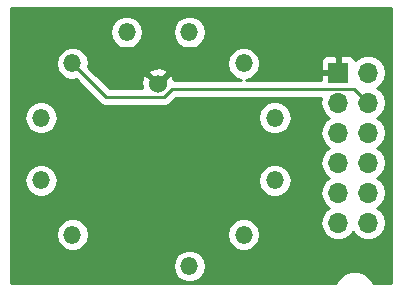
<source format=gbr>
G04 #@! TF.GenerationSoftware,KiCad,Pcbnew,(5.0.2)-1*
G04 #@! TF.CreationDate,2019-02-14T15:25:09-08:00*
G04 #@! TF.ProjectId,BareRotary,42617265-526f-4746-9172-792e6b696361,rev?*
G04 #@! TF.SameCoordinates,Original*
G04 #@! TF.FileFunction,Copper,L1,Top*
G04 #@! TF.FilePolarity,Positive*
%FSLAX46Y46*%
G04 Gerber Fmt 4.6, Leading zero omitted, Abs format (unit mm)*
G04 Created by KiCad (PCBNEW (5.0.2)-1) date 2/14/2019 3:25:09 PM*
%MOMM*%
%LPD*%
G01*
G04 APERTURE LIST*
G04 #@! TA.AperFunction,ComponentPad*
%ADD10R,1.700000X1.700000*%
G04 #@! TD*
G04 #@! TA.AperFunction,ComponentPad*
%ADD11O,1.700000X1.700000*%
G04 #@! TD*
G04 #@! TA.AperFunction,ComponentPad*
%ADD12O,1.500000X1.500000*%
G04 #@! TD*
G04 #@! TA.AperFunction,ComponentPad*
%ADD13C,1.524000*%
G04 #@! TD*
G04 #@! TA.AperFunction,Conductor*
%ADD14C,0.250000*%
G04 #@! TD*
G04 #@! TA.AperFunction,Conductor*
%ADD15C,0.254000*%
G04 #@! TD*
G04 APERTURE END LIST*
D10*
G04 #@! TO.P,J1,1*
G04 #@! TO.N,Net-(J1-Pad1)*
X116078000Y-44958000D03*
D11*
G04 #@! TO.P,J1,2*
G04 #@! TO.N,Net-(J1-Pad2)*
X118618000Y-44958000D03*
G04 #@! TO.P,J1,3*
G04 #@! TO.N,Net-(J1-Pad3)*
X116078000Y-47498000D03*
G04 #@! TO.P,J1,4*
G04 #@! TO.N,Net-(J1-Pad4)*
X118618000Y-47498000D03*
G04 #@! TO.P,J1,5*
G04 #@! TO.N,Net-(J1-Pad5)*
X116078000Y-50038000D03*
G04 #@! TO.P,J1,6*
G04 #@! TO.N,Net-(J1-Pad6)*
X118618000Y-50038000D03*
G04 #@! TO.P,J1,7*
G04 #@! TO.N,Net-(J1-Pad7)*
X116078000Y-52578000D03*
G04 #@! TO.P,J1,8*
G04 #@! TO.N,Net-(J1-Pad8)*
X118618000Y-52578000D03*
G04 #@! TO.P,J1,9*
G04 #@! TO.N,Net-(J1-Pad9)*
X116078000Y-55118000D03*
G04 #@! TO.P,J1,10*
G04 #@! TO.N,Net-(J1-Pad10)*
X118618000Y-55118000D03*
G04 #@! TO.P,J1,11*
G04 #@! TO.N,Net-(J1-Pad11)*
X116078000Y-57658000D03*
G04 #@! TO.P,J1,12*
G04 #@! TO.N,Net-(J1-Pad12)*
X118618000Y-57658000D03*
G04 #@! TD*
D12*
G04 #@! TO.P,SW1,6*
G04 #@! TO.N,Net-(J1-Pad6)*
X103477896Y-41534261D03*
G04 #@! TO.P,SW1,7*
G04 #@! TO.N,Net-(J1-Pad7)*
X108072845Y-44187156D03*
G04 #@! TO.P,SW1,8*
G04 #@! TO.N,Net-(J1-Pad8)*
X110725740Y-48782105D03*
G04 #@! TO.P,SW1,9*
G04 #@! TO.N,Net-(J1-Pad9)*
X110725740Y-54087895D03*
G04 #@! TO.P,SW1,10*
G04 #@! TO.N,Net-(J1-Pad10)*
X108072845Y-58682844D03*
G04 #@! TO.P,SW1,11*
G04 #@! TO.N,Net-(J1-Pad11)*
X103477896Y-61335739D03*
G04 #@! TO.P,SW1,1*
G04 #@! TO.N,Net-(SW1-Pad1)*
X93577157Y-58682844D03*
G04 #@! TO.P,SW1,2*
G04 #@! TO.N,Net-(J1-Pad2)*
X90924262Y-54087895D03*
G04 #@! TO.P,SW1,3*
G04 #@! TO.N,Net-(J1-Pad3)*
X90924262Y-48782105D03*
G04 #@! TO.P,SW1,4*
G04 #@! TO.N,Net-(J1-Pad4)*
X93577157Y-44187156D03*
G04 #@! TO.P,SW1,5*
G04 #@! TO.N,Net-(J1-Pad5)*
X98172106Y-41534261D03*
D13*
G04 #@! TO.P,SW1,13*
G04 #@! TO.N,Net-(J1-Pad1)*
X100825001Y-45935000D03*
G04 #@! TD*
D14*
G04 #@! TO.N,Net-(J1-Pad4)*
X94327156Y-44937155D02*
X93577157Y-44187156D01*
X96412002Y-47022001D02*
X94327156Y-44937155D01*
X101346762Y-47022001D02*
X96412002Y-47022001D01*
X102045764Y-46322999D02*
X101346762Y-47022001D01*
X117442999Y-46322999D02*
X102045764Y-46322999D01*
X118618000Y-47498000D02*
X117442999Y-46322999D01*
G04 #@! TD*
D15*
G04 #@! TO.N,Net-(J1-Pad1)*
G36*
X120523000Y-62738000D02*
X119037320Y-62738000D01*
X118945862Y-62517201D01*
X118457799Y-62029138D01*
X117820113Y-61765000D01*
X117129887Y-61765000D01*
X116492201Y-62029138D01*
X116004138Y-62517201D01*
X115912680Y-62738000D01*
X88392000Y-62738000D01*
X88392000Y-61335739D01*
X102065763Y-61335739D01*
X102173255Y-61876139D01*
X102479367Y-62334268D01*
X102937496Y-62640380D01*
X103341489Y-62720739D01*
X103614303Y-62720739D01*
X104018296Y-62640380D01*
X104476425Y-62334268D01*
X104782537Y-61876139D01*
X104890029Y-61335739D01*
X104782537Y-60795339D01*
X104476425Y-60337210D01*
X104018296Y-60031098D01*
X103614303Y-59950739D01*
X103341489Y-59950739D01*
X102937496Y-60031098D01*
X102479367Y-60337210D01*
X102173255Y-60795339D01*
X102065763Y-61335739D01*
X88392000Y-61335739D01*
X88392000Y-58682844D01*
X92165024Y-58682844D01*
X92272516Y-59223244D01*
X92578628Y-59681373D01*
X93036757Y-59987485D01*
X93440750Y-60067844D01*
X93713564Y-60067844D01*
X94117557Y-59987485D01*
X94575686Y-59681373D01*
X94881798Y-59223244D01*
X94989290Y-58682844D01*
X106660712Y-58682844D01*
X106768204Y-59223244D01*
X107074316Y-59681373D01*
X107532445Y-59987485D01*
X107936438Y-60067844D01*
X108209252Y-60067844D01*
X108613245Y-59987485D01*
X109071374Y-59681373D01*
X109377486Y-59223244D01*
X109484978Y-58682844D01*
X109377486Y-58142444D01*
X109071374Y-57684315D01*
X108613245Y-57378203D01*
X108209252Y-57297844D01*
X107936438Y-57297844D01*
X107532445Y-57378203D01*
X107074316Y-57684315D01*
X106768204Y-58142444D01*
X106660712Y-58682844D01*
X94989290Y-58682844D01*
X94881798Y-58142444D01*
X94575686Y-57684315D01*
X94117557Y-57378203D01*
X93713564Y-57297844D01*
X93440750Y-57297844D01*
X93036757Y-57378203D01*
X92578628Y-57684315D01*
X92272516Y-58142444D01*
X92165024Y-58682844D01*
X88392000Y-58682844D01*
X88392000Y-54087895D01*
X89512129Y-54087895D01*
X89619621Y-54628295D01*
X89925733Y-55086424D01*
X90383862Y-55392536D01*
X90787855Y-55472895D01*
X91060669Y-55472895D01*
X91464662Y-55392536D01*
X91922791Y-55086424D01*
X92228903Y-54628295D01*
X92336395Y-54087895D01*
X109313607Y-54087895D01*
X109421099Y-54628295D01*
X109727211Y-55086424D01*
X110185340Y-55392536D01*
X110589333Y-55472895D01*
X110862147Y-55472895D01*
X111266140Y-55392536D01*
X111724269Y-55086424D01*
X112030381Y-54628295D01*
X112137873Y-54087895D01*
X112030381Y-53547495D01*
X111724269Y-53089366D01*
X111266140Y-52783254D01*
X110862147Y-52702895D01*
X110589333Y-52702895D01*
X110185340Y-52783254D01*
X109727211Y-53089366D01*
X109421099Y-53547495D01*
X109313607Y-54087895D01*
X92336395Y-54087895D01*
X92228903Y-53547495D01*
X91922791Y-53089366D01*
X91464662Y-52783254D01*
X91060669Y-52702895D01*
X90787855Y-52702895D01*
X90383862Y-52783254D01*
X89925733Y-53089366D01*
X89619621Y-53547495D01*
X89512129Y-54087895D01*
X88392000Y-54087895D01*
X88392000Y-48782105D01*
X89512129Y-48782105D01*
X89619621Y-49322505D01*
X89925733Y-49780634D01*
X90383862Y-50086746D01*
X90787855Y-50167105D01*
X91060669Y-50167105D01*
X91464662Y-50086746D01*
X91922791Y-49780634D01*
X92228903Y-49322505D01*
X92336395Y-48782105D01*
X109313607Y-48782105D01*
X109421099Y-49322505D01*
X109727211Y-49780634D01*
X110185340Y-50086746D01*
X110589333Y-50167105D01*
X110862147Y-50167105D01*
X111266140Y-50086746D01*
X111724269Y-49780634D01*
X112030381Y-49322505D01*
X112137873Y-48782105D01*
X112030381Y-48241705D01*
X111724269Y-47783576D01*
X111266140Y-47477464D01*
X110862147Y-47397105D01*
X110589333Y-47397105D01*
X110185340Y-47477464D01*
X109727211Y-47783576D01*
X109421099Y-48241705D01*
X109313607Y-48782105D01*
X92336395Y-48782105D01*
X92228903Y-48241705D01*
X91922791Y-47783576D01*
X91464662Y-47477464D01*
X91060669Y-47397105D01*
X90787855Y-47397105D01*
X90383862Y-47477464D01*
X89925733Y-47783576D01*
X89619621Y-48241705D01*
X89512129Y-48782105D01*
X88392000Y-48782105D01*
X88392000Y-44187156D01*
X92165024Y-44187156D01*
X92272516Y-44727556D01*
X92578628Y-45185685D01*
X93036757Y-45491797D01*
X93440750Y-45572156D01*
X93713564Y-45572156D01*
X93858522Y-45543322D01*
X95821675Y-47506477D01*
X95864073Y-47569930D01*
X95927526Y-47612328D01*
X95927528Y-47612330D01*
X96052904Y-47696103D01*
X96115465Y-47737905D01*
X96337150Y-47782001D01*
X96337154Y-47782001D01*
X96412001Y-47796889D01*
X96486848Y-47782001D01*
X101271915Y-47782001D01*
X101346762Y-47796889D01*
X101421609Y-47782001D01*
X101421614Y-47782001D01*
X101643299Y-47737905D01*
X101894691Y-47569930D01*
X101937093Y-47506471D01*
X102360566Y-47082999D01*
X114646457Y-47082999D01*
X114563908Y-47498000D01*
X114679161Y-48077418D01*
X115007375Y-48568625D01*
X115305761Y-48768000D01*
X115007375Y-48967375D01*
X114679161Y-49458582D01*
X114563908Y-50038000D01*
X114679161Y-50617418D01*
X115007375Y-51108625D01*
X115305761Y-51308000D01*
X115007375Y-51507375D01*
X114679161Y-51998582D01*
X114563908Y-52578000D01*
X114679161Y-53157418D01*
X115007375Y-53648625D01*
X115305761Y-53848000D01*
X115007375Y-54047375D01*
X114679161Y-54538582D01*
X114563908Y-55118000D01*
X114679161Y-55697418D01*
X115007375Y-56188625D01*
X115305761Y-56388000D01*
X115007375Y-56587375D01*
X114679161Y-57078582D01*
X114563908Y-57658000D01*
X114679161Y-58237418D01*
X115007375Y-58728625D01*
X115498582Y-59056839D01*
X115931744Y-59143000D01*
X116224256Y-59143000D01*
X116657418Y-59056839D01*
X117148625Y-58728625D01*
X117348000Y-58430239D01*
X117547375Y-58728625D01*
X118038582Y-59056839D01*
X118471744Y-59143000D01*
X118764256Y-59143000D01*
X119197418Y-59056839D01*
X119688625Y-58728625D01*
X120016839Y-58237418D01*
X120132092Y-57658000D01*
X120016839Y-57078582D01*
X119688625Y-56587375D01*
X119390239Y-56388000D01*
X119688625Y-56188625D01*
X120016839Y-55697418D01*
X120132092Y-55118000D01*
X120016839Y-54538582D01*
X119688625Y-54047375D01*
X119390239Y-53848000D01*
X119688625Y-53648625D01*
X120016839Y-53157418D01*
X120132092Y-52578000D01*
X120016839Y-51998582D01*
X119688625Y-51507375D01*
X119390239Y-51308000D01*
X119688625Y-51108625D01*
X120016839Y-50617418D01*
X120132092Y-50038000D01*
X120016839Y-49458582D01*
X119688625Y-48967375D01*
X119390239Y-48768000D01*
X119688625Y-48568625D01*
X120016839Y-48077418D01*
X120132092Y-47498000D01*
X120016839Y-46918582D01*
X119688625Y-46427375D01*
X119390239Y-46228000D01*
X119688625Y-46028625D01*
X120016839Y-45537418D01*
X120132092Y-44958000D01*
X120016839Y-44378582D01*
X119688625Y-43887375D01*
X119197418Y-43559161D01*
X118764256Y-43473000D01*
X118471744Y-43473000D01*
X118038582Y-43559161D01*
X117547375Y-43887375D01*
X117532904Y-43909032D01*
X117466327Y-43748301D01*
X117287698Y-43569673D01*
X117054309Y-43473000D01*
X116363750Y-43473000D01*
X116205000Y-43631750D01*
X116205000Y-44831000D01*
X116225000Y-44831000D01*
X116225000Y-45085000D01*
X116205000Y-45085000D01*
X116205000Y-45105000D01*
X115951000Y-45105000D01*
X115951000Y-45085000D01*
X114751750Y-45085000D01*
X114593000Y-45243750D01*
X114593000Y-45562999D01*
X108255287Y-45562999D01*
X108613245Y-45491797D01*
X109071374Y-45185685D01*
X109377486Y-44727556D01*
X109484978Y-44187156D01*
X109444109Y-43981690D01*
X114593000Y-43981690D01*
X114593000Y-44672250D01*
X114751750Y-44831000D01*
X115951000Y-44831000D01*
X115951000Y-43631750D01*
X115792250Y-43473000D01*
X115101691Y-43473000D01*
X114868302Y-43569673D01*
X114689673Y-43748301D01*
X114593000Y-43981690D01*
X109444109Y-43981690D01*
X109377486Y-43646756D01*
X109071374Y-43188627D01*
X108613245Y-42882515D01*
X108209252Y-42802156D01*
X107936438Y-42802156D01*
X107532445Y-42882515D01*
X107074316Y-43188627D01*
X106768204Y-43646756D01*
X106660712Y-44187156D01*
X106768204Y-44727556D01*
X107074316Y-45185685D01*
X107532445Y-45491797D01*
X107890403Y-45562999D01*
X102196160Y-45562999D01*
X102047398Y-45203857D01*
X101805214Y-45134392D01*
X101004606Y-45935000D01*
X101018749Y-45949143D01*
X100839144Y-46128748D01*
X100825001Y-46114605D01*
X100810859Y-46128748D01*
X100631254Y-45949143D01*
X100645396Y-45935000D01*
X99844788Y-45134392D01*
X99602604Y-45203857D01*
X99415857Y-45727302D01*
X99442620Y-46262001D01*
X96726805Y-46262001D01*
X95419590Y-44954787D01*
X100024393Y-44954787D01*
X100825001Y-45755395D01*
X101625609Y-44954787D01*
X101556144Y-44712603D01*
X101032699Y-44525856D01*
X100477633Y-44553638D01*
X100093858Y-44712603D01*
X100024393Y-44954787D01*
X95419590Y-44954787D01*
X94933323Y-44468521D01*
X94989290Y-44187156D01*
X94881798Y-43646756D01*
X94575686Y-43188627D01*
X94117557Y-42882515D01*
X93713564Y-42802156D01*
X93440750Y-42802156D01*
X93036757Y-42882515D01*
X92578628Y-43188627D01*
X92272516Y-43646756D01*
X92165024Y-44187156D01*
X88392000Y-44187156D01*
X88392000Y-41534261D01*
X96759973Y-41534261D01*
X96867465Y-42074661D01*
X97173577Y-42532790D01*
X97631706Y-42838902D01*
X98035699Y-42919261D01*
X98308513Y-42919261D01*
X98712506Y-42838902D01*
X99170635Y-42532790D01*
X99476747Y-42074661D01*
X99584239Y-41534261D01*
X102065763Y-41534261D01*
X102173255Y-42074661D01*
X102479367Y-42532790D01*
X102937496Y-42838902D01*
X103341489Y-42919261D01*
X103614303Y-42919261D01*
X104018296Y-42838902D01*
X104476425Y-42532790D01*
X104782537Y-42074661D01*
X104890029Y-41534261D01*
X104782537Y-40993861D01*
X104476425Y-40535732D01*
X104018296Y-40229620D01*
X103614303Y-40149261D01*
X103341489Y-40149261D01*
X102937496Y-40229620D01*
X102479367Y-40535732D01*
X102173255Y-40993861D01*
X102065763Y-41534261D01*
X99584239Y-41534261D01*
X99476747Y-40993861D01*
X99170635Y-40535732D01*
X98712506Y-40229620D01*
X98308513Y-40149261D01*
X98035699Y-40149261D01*
X97631706Y-40229620D01*
X97173577Y-40535732D01*
X96867465Y-40993861D01*
X96759973Y-41534261D01*
X88392000Y-41534261D01*
X88392000Y-39497000D01*
X120523000Y-39497000D01*
X120523000Y-62738000D01*
X120523000Y-62738000D01*
G37*
X120523000Y-62738000D02*
X119037320Y-62738000D01*
X118945862Y-62517201D01*
X118457799Y-62029138D01*
X117820113Y-61765000D01*
X117129887Y-61765000D01*
X116492201Y-62029138D01*
X116004138Y-62517201D01*
X115912680Y-62738000D01*
X88392000Y-62738000D01*
X88392000Y-61335739D01*
X102065763Y-61335739D01*
X102173255Y-61876139D01*
X102479367Y-62334268D01*
X102937496Y-62640380D01*
X103341489Y-62720739D01*
X103614303Y-62720739D01*
X104018296Y-62640380D01*
X104476425Y-62334268D01*
X104782537Y-61876139D01*
X104890029Y-61335739D01*
X104782537Y-60795339D01*
X104476425Y-60337210D01*
X104018296Y-60031098D01*
X103614303Y-59950739D01*
X103341489Y-59950739D01*
X102937496Y-60031098D01*
X102479367Y-60337210D01*
X102173255Y-60795339D01*
X102065763Y-61335739D01*
X88392000Y-61335739D01*
X88392000Y-58682844D01*
X92165024Y-58682844D01*
X92272516Y-59223244D01*
X92578628Y-59681373D01*
X93036757Y-59987485D01*
X93440750Y-60067844D01*
X93713564Y-60067844D01*
X94117557Y-59987485D01*
X94575686Y-59681373D01*
X94881798Y-59223244D01*
X94989290Y-58682844D01*
X106660712Y-58682844D01*
X106768204Y-59223244D01*
X107074316Y-59681373D01*
X107532445Y-59987485D01*
X107936438Y-60067844D01*
X108209252Y-60067844D01*
X108613245Y-59987485D01*
X109071374Y-59681373D01*
X109377486Y-59223244D01*
X109484978Y-58682844D01*
X109377486Y-58142444D01*
X109071374Y-57684315D01*
X108613245Y-57378203D01*
X108209252Y-57297844D01*
X107936438Y-57297844D01*
X107532445Y-57378203D01*
X107074316Y-57684315D01*
X106768204Y-58142444D01*
X106660712Y-58682844D01*
X94989290Y-58682844D01*
X94881798Y-58142444D01*
X94575686Y-57684315D01*
X94117557Y-57378203D01*
X93713564Y-57297844D01*
X93440750Y-57297844D01*
X93036757Y-57378203D01*
X92578628Y-57684315D01*
X92272516Y-58142444D01*
X92165024Y-58682844D01*
X88392000Y-58682844D01*
X88392000Y-54087895D01*
X89512129Y-54087895D01*
X89619621Y-54628295D01*
X89925733Y-55086424D01*
X90383862Y-55392536D01*
X90787855Y-55472895D01*
X91060669Y-55472895D01*
X91464662Y-55392536D01*
X91922791Y-55086424D01*
X92228903Y-54628295D01*
X92336395Y-54087895D01*
X109313607Y-54087895D01*
X109421099Y-54628295D01*
X109727211Y-55086424D01*
X110185340Y-55392536D01*
X110589333Y-55472895D01*
X110862147Y-55472895D01*
X111266140Y-55392536D01*
X111724269Y-55086424D01*
X112030381Y-54628295D01*
X112137873Y-54087895D01*
X112030381Y-53547495D01*
X111724269Y-53089366D01*
X111266140Y-52783254D01*
X110862147Y-52702895D01*
X110589333Y-52702895D01*
X110185340Y-52783254D01*
X109727211Y-53089366D01*
X109421099Y-53547495D01*
X109313607Y-54087895D01*
X92336395Y-54087895D01*
X92228903Y-53547495D01*
X91922791Y-53089366D01*
X91464662Y-52783254D01*
X91060669Y-52702895D01*
X90787855Y-52702895D01*
X90383862Y-52783254D01*
X89925733Y-53089366D01*
X89619621Y-53547495D01*
X89512129Y-54087895D01*
X88392000Y-54087895D01*
X88392000Y-48782105D01*
X89512129Y-48782105D01*
X89619621Y-49322505D01*
X89925733Y-49780634D01*
X90383862Y-50086746D01*
X90787855Y-50167105D01*
X91060669Y-50167105D01*
X91464662Y-50086746D01*
X91922791Y-49780634D01*
X92228903Y-49322505D01*
X92336395Y-48782105D01*
X109313607Y-48782105D01*
X109421099Y-49322505D01*
X109727211Y-49780634D01*
X110185340Y-50086746D01*
X110589333Y-50167105D01*
X110862147Y-50167105D01*
X111266140Y-50086746D01*
X111724269Y-49780634D01*
X112030381Y-49322505D01*
X112137873Y-48782105D01*
X112030381Y-48241705D01*
X111724269Y-47783576D01*
X111266140Y-47477464D01*
X110862147Y-47397105D01*
X110589333Y-47397105D01*
X110185340Y-47477464D01*
X109727211Y-47783576D01*
X109421099Y-48241705D01*
X109313607Y-48782105D01*
X92336395Y-48782105D01*
X92228903Y-48241705D01*
X91922791Y-47783576D01*
X91464662Y-47477464D01*
X91060669Y-47397105D01*
X90787855Y-47397105D01*
X90383862Y-47477464D01*
X89925733Y-47783576D01*
X89619621Y-48241705D01*
X89512129Y-48782105D01*
X88392000Y-48782105D01*
X88392000Y-44187156D01*
X92165024Y-44187156D01*
X92272516Y-44727556D01*
X92578628Y-45185685D01*
X93036757Y-45491797D01*
X93440750Y-45572156D01*
X93713564Y-45572156D01*
X93858522Y-45543322D01*
X95821675Y-47506477D01*
X95864073Y-47569930D01*
X95927526Y-47612328D01*
X95927528Y-47612330D01*
X96052904Y-47696103D01*
X96115465Y-47737905D01*
X96337150Y-47782001D01*
X96337154Y-47782001D01*
X96412001Y-47796889D01*
X96486848Y-47782001D01*
X101271915Y-47782001D01*
X101346762Y-47796889D01*
X101421609Y-47782001D01*
X101421614Y-47782001D01*
X101643299Y-47737905D01*
X101894691Y-47569930D01*
X101937093Y-47506471D01*
X102360566Y-47082999D01*
X114646457Y-47082999D01*
X114563908Y-47498000D01*
X114679161Y-48077418D01*
X115007375Y-48568625D01*
X115305761Y-48768000D01*
X115007375Y-48967375D01*
X114679161Y-49458582D01*
X114563908Y-50038000D01*
X114679161Y-50617418D01*
X115007375Y-51108625D01*
X115305761Y-51308000D01*
X115007375Y-51507375D01*
X114679161Y-51998582D01*
X114563908Y-52578000D01*
X114679161Y-53157418D01*
X115007375Y-53648625D01*
X115305761Y-53848000D01*
X115007375Y-54047375D01*
X114679161Y-54538582D01*
X114563908Y-55118000D01*
X114679161Y-55697418D01*
X115007375Y-56188625D01*
X115305761Y-56388000D01*
X115007375Y-56587375D01*
X114679161Y-57078582D01*
X114563908Y-57658000D01*
X114679161Y-58237418D01*
X115007375Y-58728625D01*
X115498582Y-59056839D01*
X115931744Y-59143000D01*
X116224256Y-59143000D01*
X116657418Y-59056839D01*
X117148625Y-58728625D01*
X117348000Y-58430239D01*
X117547375Y-58728625D01*
X118038582Y-59056839D01*
X118471744Y-59143000D01*
X118764256Y-59143000D01*
X119197418Y-59056839D01*
X119688625Y-58728625D01*
X120016839Y-58237418D01*
X120132092Y-57658000D01*
X120016839Y-57078582D01*
X119688625Y-56587375D01*
X119390239Y-56388000D01*
X119688625Y-56188625D01*
X120016839Y-55697418D01*
X120132092Y-55118000D01*
X120016839Y-54538582D01*
X119688625Y-54047375D01*
X119390239Y-53848000D01*
X119688625Y-53648625D01*
X120016839Y-53157418D01*
X120132092Y-52578000D01*
X120016839Y-51998582D01*
X119688625Y-51507375D01*
X119390239Y-51308000D01*
X119688625Y-51108625D01*
X120016839Y-50617418D01*
X120132092Y-50038000D01*
X120016839Y-49458582D01*
X119688625Y-48967375D01*
X119390239Y-48768000D01*
X119688625Y-48568625D01*
X120016839Y-48077418D01*
X120132092Y-47498000D01*
X120016839Y-46918582D01*
X119688625Y-46427375D01*
X119390239Y-46228000D01*
X119688625Y-46028625D01*
X120016839Y-45537418D01*
X120132092Y-44958000D01*
X120016839Y-44378582D01*
X119688625Y-43887375D01*
X119197418Y-43559161D01*
X118764256Y-43473000D01*
X118471744Y-43473000D01*
X118038582Y-43559161D01*
X117547375Y-43887375D01*
X117532904Y-43909032D01*
X117466327Y-43748301D01*
X117287698Y-43569673D01*
X117054309Y-43473000D01*
X116363750Y-43473000D01*
X116205000Y-43631750D01*
X116205000Y-44831000D01*
X116225000Y-44831000D01*
X116225000Y-45085000D01*
X116205000Y-45085000D01*
X116205000Y-45105000D01*
X115951000Y-45105000D01*
X115951000Y-45085000D01*
X114751750Y-45085000D01*
X114593000Y-45243750D01*
X114593000Y-45562999D01*
X108255287Y-45562999D01*
X108613245Y-45491797D01*
X109071374Y-45185685D01*
X109377486Y-44727556D01*
X109484978Y-44187156D01*
X109444109Y-43981690D01*
X114593000Y-43981690D01*
X114593000Y-44672250D01*
X114751750Y-44831000D01*
X115951000Y-44831000D01*
X115951000Y-43631750D01*
X115792250Y-43473000D01*
X115101691Y-43473000D01*
X114868302Y-43569673D01*
X114689673Y-43748301D01*
X114593000Y-43981690D01*
X109444109Y-43981690D01*
X109377486Y-43646756D01*
X109071374Y-43188627D01*
X108613245Y-42882515D01*
X108209252Y-42802156D01*
X107936438Y-42802156D01*
X107532445Y-42882515D01*
X107074316Y-43188627D01*
X106768204Y-43646756D01*
X106660712Y-44187156D01*
X106768204Y-44727556D01*
X107074316Y-45185685D01*
X107532445Y-45491797D01*
X107890403Y-45562999D01*
X102196160Y-45562999D01*
X102047398Y-45203857D01*
X101805214Y-45134392D01*
X101004606Y-45935000D01*
X101018749Y-45949143D01*
X100839144Y-46128748D01*
X100825001Y-46114605D01*
X100810859Y-46128748D01*
X100631254Y-45949143D01*
X100645396Y-45935000D01*
X99844788Y-45134392D01*
X99602604Y-45203857D01*
X99415857Y-45727302D01*
X99442620Y-46262001D01*
X96726805Y-46262001D01*
X95419590Y-44954787D01*
X100024393Y-44954787D01*
X100825001Y-45755395D01*
X101625609Y-44954787D01*
X101556144Y-44712603D01*
X101032699Y-44525856D01*
X100477633Y-44553638D01*
X100093858Y-44712603D01*
X100024393Y-44954787D01*
X95419590Y-44954787D01*
X94933323Y-44468521D01*
X94989290Y-44187156D01*
X94881798Y-43646756D01*
X94575686Y-43188627D01*
X94117557Y-42882515D01*
X93713564Y-42802156D01*
X93440750Y-42802156D01*
X93036757Y-42882515D01*
X92578628Y-43188627D01*
X92272516Y-43646756D01*
X92165024Y-44187156D01*
X88392000Y-44187156D01*
X88392000Y-41534261D01*
X96759973Y-41534261D01*
X96867465Y-42074661D01*
X97173577Y-42532790D01*
X97631706Y-42838902D01*
X98035699Y-42919261D01*
X98308513Y-42919261D01*
X98712506Y-42838902D01*
X99170635Y-42532790D01*
X99476747Y-42074661D01*
X99584239Y-41534261D01*
X102065763Y-41534261D01*
X102173255Y-42074661D01*
X102479367Y-42532790D01*
X102937496Y-42838902D01*
X103341489Y-42919261D01*
X103614303Y-42919261D01*
X104018296Y-42838902D01*
X104476425Y-42532790D01*
X104782537Y-42074661D01*
X104890029Y-41534261D01*
X104782537Y-40993861D01*
X104476425Y-40535732D01*
X104018296Y-40229620D01*
X103614303Y-40149261D01*
X103341489Y-40149261D01*
X102937496Y-40229620D01*
X102479367Y-40535732D01*
X102173255Y-40993861D01*
X102065763Y-41534261D01*
X99584239Y-41534261D01*
X99476747Y-40993861D01*
X99170635Y-40535732D01*
X98712506Y-40229620D01*
X98308513Y-40149261D01*
X98035699Y-40149261D01*
X97631706Y-40229620D01*
X97173577Y-40535732D01*
X96867465Y-40993861D01*
X96759973Y-41534261D01*
X88392000Y-41534261D01*
X88392000Y-39497000D01*
X120523000Y-39497000D01*
X120523000Y-62738000D01*
G04 #@! TD*
M02*

</source>
